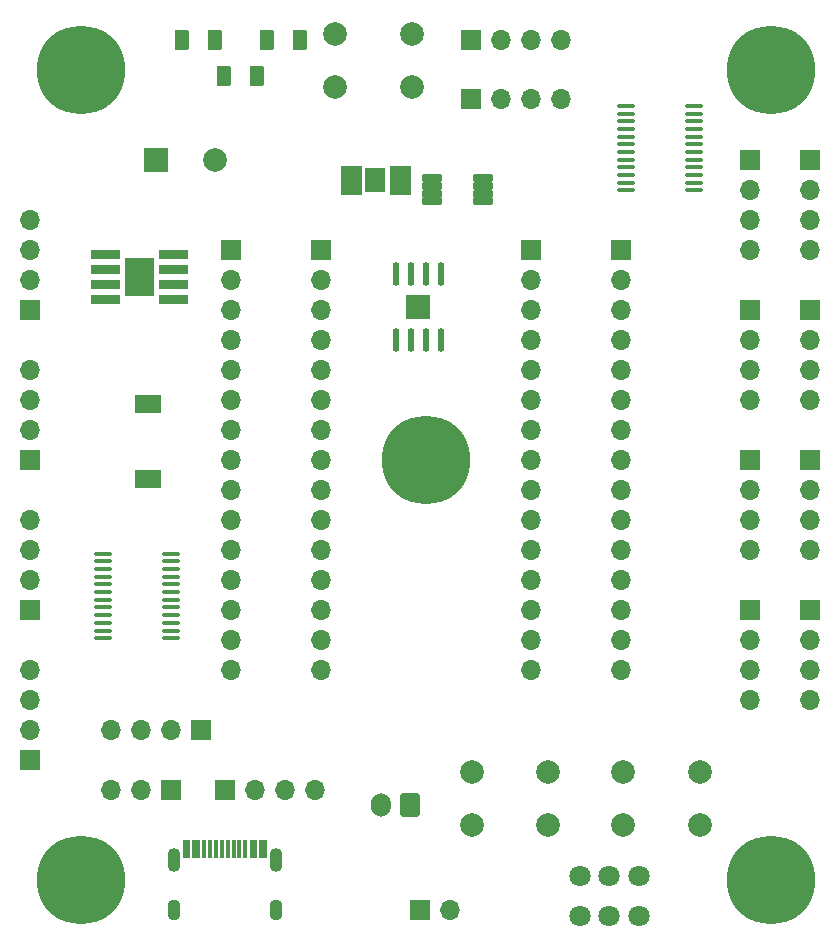
<source format=gbr>
%TF.GenerationSoftware,KiCad,Pcbnew,8.0.7*%
%TF.CreationDate,2025-01-26T02:59:20-05:00*%
%TF.ProjectId,shadow,73686164-6f77-42e6-9b69-6361645f7063,rev?*%
%TF.SameCoordinates,Original*%
%TF.FileFunction,Soldermask,Top*%
%TF.FilePolarity,Negative*%
%FSLAX46Y46*%
G04 Gerber Fmt 4.6, Leading zero omitted, Abs format (unit mm)*
G04 Created by KiCad (PCBNEW 8.0.7) date 2025-01-26 02:59:20*
%MOMM*%
%LPD*%
G01*
G04 APERTURE LIST*
G04 Aperture macros list*
%AMRoundRect*
0 Rectangle with rounded corners*
0 $1 Rounding radius*
0 $2 $3 $4 $5 $6 $7 $8 $9 X,Y pos of 4 corners*
0 Add a 4 corners polygon primitive as box body*
4,1,4,$2,$3,$4,$5,$6,$7,$8,$9,$2,$3,0*
0 Add four circle primitives for the rounded corners*
1,1,$1+$1,$2,$3*
1,1,$1+$1,$4,$5*
1,1,$1+$1,$6,$7*
1,1,$1+$1,$8,$9*
0 Add four rect primitives between the rounded corners*
20,1,$1+$1,$2,$3,$4,$5,0*
20,1,$1+$1,$4,$5,$6,$7,0*
20,1,$1+$1,$6,$7,$8,$9,0*
20,1,$1+$1,$8,$9,$2,$3,0*%
G04 Aperture macros list end*
%ADD10C,0.010000*%
%ADD11C,1.800000*%
%ADD12R,0.300000X1.500000*%
%ADD13O,1.100000X1.800000*%
%ADD14O,1.100000X2.000000*%
%ADD15RoundRect,0.250000X-0.375000X-0.625000X0.375000X-0.625000X0.375000X0.625000X-0.375000X0.625000X0*%
%ADD16R,1.700000X1.700000*%
%ADD17O,1.700000X1.700000*%
%ADD18RoundRect,0.250000X0.600000X0.750000X-0.600000X0.750000X-0.600000X-0.750000X0.600000X-0.750000X0*%
%ADD19O,1.700000X2.000000*%
%ADD20R,2.200000X1.500000*%
%ADD21O,0.574000X2.038000*%
%ADD22R,2.000000X2.000000*%
%ADD23C,2.000000*%
%ADD24RoundRect,0.100000X-0.637500X-0.100000X0.637500X-0.100000X0.637500X0.100000X-0.637500X0.100000X0*%
%ADD25C,7.500000*%
%ADD26RoundRect,0.102000X-0.785000X-0.940000X0.785000X-0.940000X0.785000X0.940000X-0.785000X0.940000X0*%
%ADD27RoundRect,0.085500X-0.751500X-0.256500X0.751500X-0.256500X0.751500X0.256500X-0.751500X0.256500X0*%
G04 APERTURE END LIST*
D10*
%TO.C,U3*%
X124030000Y-61846000D02*
X122330000Y-61846000D01*
X122330000Y-61446000D01*
X124030000Y-61446000D01*
X124030000Y-61846000D01*
G36*
X124030000Y-61846000D02*
G01*
X122330000Y-61846000D01*
X122330000Y-61446000D01*
X124030000Y-61446000D01*
X124030000Y-61846000D01*
G37*
X124030000Y-62346000D02*
X122330000Y-62346000D01*
X122330000Y-61946000D01*
X124030000Y-61946000D01*
X124030000Y-62346000D01*
G36*
X124030000Y-62346000D02*
G01*
X122330000Y-62346000D01*
X122330000Y-61946000D01*
X124030000Y-61946000D01*
X124030000Y-62346000D01*
G37*
X124030000Y-62846000D02*
X122330000Y-62846000D01*
X122330000Y-62446000D01*
X124030000Y-62446000D01*
X124030000Y-62846000D01*
G36*
X124030000Y-62846000D02*
G01*
X122330000Y-62846000D01*
X122330000Y-62446000D01*
X124030000Y-62446000D01*
X124030000Y-62846000D01*
G37*
X124030000Y-63346000D02*
X122330000Y-63346000D01*
X122330000Y-62946000D01*
X124030000Y-62946000D01*
X124030000Y-63346000D01*
G36*
X124030000Y-63346000D02*
G01*
X122330000Y-63346000D01*
X122330000Y-62946000D01*
X124030000Y-62946000D01*
X124030000Y-63346000D01*
G37*
X124030000Y-63846000D02*
X122330000Y-63846000D01*
X122330000Y-63446000D01*
X124030000Y-63446000D01*
X124030000Y-63846000D01*
G36*
X124030000Y-63846000D02*
G01*
X122330000Y-63846000D01*
X122330000Y-63446000D01*
X124030000Y-63446000D01*
X124030000Y-63846000D01*
G37*
X128230000Y-61846000D02*
X126530000Y-61846000D01*
X126530000Y-61446000D01*
X128230000Y-61446000D01*
X128230000Y-61846000D01*
G36*
X128230000Y-61846000D02*
G01*
X126530000Y-61846000D01*
X126530000Y-61446000D01*
X128230000Y-61446000D01*
X128230000Y-61846000D01*
G37*
X128230000Y-62346000D02*
X126530000Y-62346000D01*
X126530000Y-61946000D01*
X128230000Y-61946000D01*
X128230000Y-62346000D01*
G36*
X128230000Y-62346000D02*
G01*
X126530000Y-62346000D01*
X126530000Y-61946000D01*
X128230000Y-61946000D01*
X128230000Y-62346000D01*
G37*
X128230000Y-62846000D02*
X126530000Y-62846000D01*
X126530000Y-62446000D01*
X128230000Y-62446000D01*
X128230000Y-62846000D01*
G36*
X128230000Y-62846000D02*
G01*
X126530000Y-62846000D01*
X126530000Y-62446000D01*
X128230000Y-62446000D01*
X128230000Y-62846000D01*
G37*
X128230000Y-63346000D02*
X126530000Y-63346000D01*
X126530000Y-62946000D01*
X128230000Y-62946000D01*
X128230000Y-63346000D01*
G36*
X128230000Y-63346000D02*
G01*
X126530000Y-63346000D01*
X126530000Y-62946000D01*
X128230000Y-62946000D01*
X128230000Y-63346000D01*
G37*
X128230000Y-63846000D02*
X126530000Y-63846000D01*
X126530000Y-63446000D01*
X128230000Y-63446000D01*
X128230000Y-63846000D01*
G36*
X128230000Y-63846000D02*
G01*
X126530000Y-63846000D01*
X126530000Y-63446000D01*
X128230000Y-63446000D01*
X128230000Y-63846000D01*
G37*
%TO.C,U5*%
X103563000Y-69251000D02*
X101223000Y-69251000D01*
X101223000Y-68611000D01*
X103563000Y-68611000D01*
X103563000Y-69251000D01*
G36*
X103563000Y-69251000D02*
G01*
X101223000Y-69251000D01*
X101223000Y-68611000D01*
X103563000Y-68611000D01*
X103563000Y-69251000D01*
G37*
X103563000Y-70521000D02*
X101223000Y-70521000D01*
X101223000Y-69881000D01*
X103563000Y-69881000D01*
X103563000Y-70521000D01*
G36*
X103563000Y-70521000D02*
G01*
X101223000Y-70521000D01*
X101223000Y-69881000D01*
X103563000Y-69881000D01*
X103563000Y-70521000D01*
G37*
X103563000Y-71791000D02*
X101223000Y-71791000D01*
X101223000Y-71151000D01*
X103563000Y-71151000D01*
X103563000Y-71791000D01*
G36*
X103563000Y-71791000D02*
G01*
X101223000Y-71791000D01*
X101223000Y-71151000D01*
X103563000Y-71151000D01*
X103563000Y-71791000D01*
G37*
X103563000Y-73061000D02*
X101223000Y-73061000D01*
X101223000Y-72421000D01*
X103563000Y-72421000D01*
X103563000Y-73061000D01*
G36*
X103563000Y-73061000D02*
G01*
X101223000Y-73061000D01*
X101223000Y-72421000D01*
X103563000Y-72421000D01*
X103563000Y-73061000D01*
G37*
X106468000Y-72386000D02*
X104068000Y-72386000D01*
X104068000Y-69286000D01*
X106468000Y-69286000D01*
X106468000Y-72386000D01*
G36*
X106468000Y-72386000D02*
G01*
X104068000Y-72386000D01*
X104068000Y-69286000D01*
X106468000Y-69286000D01*
X106468000Y-72386000D01*
G37*
X109313000Y-69251000D02*
X106973000Y-69251000D01*
X106973000Y-68611000D01*
X109313000Y-68611000D01*
X109313000Y-69251000D01*
G36*
X109313000Y-69251000D02*
G01*
X106973000Y-69251000D01*
X106973000Y-68611000D01*
X109313000Y-68611000D01*
X109313000Y-69251000D01*
G37*
X109313000Y-70521000D02*
X106973000Y-70521000D01*
X106973000Y-69881000D01*
X109313000Y-69881000D01*
X109313000Y-70521000D01*
G36*
X109313000Y-70521000D02*
G01*
X106973000Y-70521000D01*
X106973000Y-69881000D01*
X109313000Y-69881000D01*
X109313000Y-70521000D01*
G37*
X109313000Y-71791000D02*
X106973000Y-71791000D01*
X106973000Y-71151000D01*
X109313000Y-71151000D01*
X109313000Y-71791000D01*
G36*
X109313000Y-71791000D02*
G01*
X106973000Y-71791000D01*
X106973000Y-71151000D01*
X109313000Y-71151000D01*
X109313000Y-71791000D01*
G37*
X109313000Y-73061000D02*
X106973000Y-73061000D01*
X106973000Y-72421000D01*
X109313000Y-72421000D01*
X109313000Y-73061000D01*
G36*
X109313000Y-73061000D02*
G01*
X106973000Y-73061000D01*
X106973000Y-72421000D01*
X109313000Y-72421000D01*
X109313000Y-73061000D01*
G37*
%TD*%
D11*
%TO.C,SW3*%
X147574000Y-124968000D03*
X145074000Y-124968000D03*
X142574000Y-124968000D03*
X147574000Y-121568000D03*
X145074000Y-121568000D03*
X142574000Y-121568000D03*
%TD*%
D12*
%TO.C,J1*%
X109420000Y-119313000D03*
X110220000Y-119313000D03*
X110770000Y-119312000D03*
X111770000Y-119313000D03*
X113270000Y-119313000D03*
X114270000Y-119313000D03*
X114820000Y-119312500D03*
X115620000Y-119313000D03*
X115920000Y-119313000D03*
X115120000Y-119312500D03*
X113769500Y-119312000D03*
X112770000Y-119313000D03*
X112270000Y-119313000D03*
X111270000Y-119313000D03*
X109920000Y-119313000D03*
X109120000Y-119313000D03*
D13*
X108200000Y-124460000D03*
X116840000Y-124460000D03*
D14*
X116840000Y-120280000D03*
X108200000Y-120280000D03*
%TD*%
D15*
%TO.C,PG1*%
X111677000Y-50800000D03*
X108877000Y-50800000D03*
%TD*%
D16*
%TO.C,I2C_PINOUT7*%
X162052000Y-99060000D03*
D17*
X162052000Y-101600000D03*
X162052000Y-104140000D03*
X162052000Y-106680000D03*
%TD*%
D16*
%TO.C,I2C_PINOUT9*%
X96037000Y-86360000D03*
D17*
X96037000Y-83820000D03*
X96037000Y-81280000D03*
X96037000Y-78740000D03*
%TD*%
D18*
%TO.C,BATT_JST1*%
X128230000Y-115570000D03*
D19*
X125730000Y-115570000D03*
%TD*%
D16*
%TO.C,I2C_PINOUT10*%
X96037000Y-99060000D03*
D17*
X96037000Y-96520000D03*
X96037000Y-93980000D03*
X96037000Y-91440000D03*
%TD*%
D16*
%TO.C,I2C_PINOUT8*%
X96037000Y-73660000D03*
D17*
X96037000Y-71120000D03*
X96037000Y-68580000D03*
X96037000Y-66040000D03*
%TD*%
D16*
%TO.C,I2C_PINOUT0*%
X156972000Y-60960000D03*
D17*
X156972000Y-63500000D03*
X156972000Y-66040000D03*
X156972000Y-68580000D03*
%TD*%
D16*
%TO.C,I2C_PINOUT12*%
X110490000Y-109220000D03*
D17*
X107950000Y-109220000D03*
X105410000Y-109220000D03*
X102870000Y-109220000D03*
%TD*%
D20*
%TO.C,L1*%
X106019600Y-88010600D03*
X106019600Y-81610600D03*
%TD*%
D16*
%TO.C,UART1*%
X107950000Y-114300000D03*
D17*
X105410000Y-114300000D03*
X102870000Y-114300000D03*
%TD*%
D16*
%TO.C,I2C_PINOUT2*%
X156972000Y-86360000D03*
D17*
X156972000Y-88900000D03*
X156972000Y-91440000D03*
X156972000Y-93980000D03*
%TD*%
D21*
%TO.C,IC2*%
X127000000Y-76200000D03*
X128270000Y-76200000D03*
X129540000Y-76200000D03*
X130810000Y-76200000D03*
X130810000Y-70662000D03*
X129540000Y-70662000D03*
X128270000Y-70662000D03*
X127000000Y-70662000D03*
D22*
X128905000Y-73431000D03*
%TD*%
D23*
%TO.C,SW2*%
X146277000Y-112812000D03*
X152777000Y-112812000D03*
X146277000Y-117312000D03*
X152777000Y-117312000D03*
%TD*%
D24*
%TO.C,U2*%
X146514500Y-56410000D03*
X146514500Y-57060000D03*
X146514500Y-57710000D03*
X146514500Y-58360000D03*
X146514500Y-59010000D03*
X146514500Y-59660000D03*
X146514500Y-60310000D03*
X146514500Y-60960000D03*
X146514500Y-61610000D03*
X146514500Y-62260000D03*
X146514500Y-62910000D03*
X146514500Y-63560000D03*
X152239500Y-63560000D03*
X152239500Y-62910000D03*
X152239500Y-62260000D03*
X152239500Y-61610000D03*
X152239500Y-60960000D03*
X152239500Y-60310000D03*
X152239500Y-59660000D03*
X152239500Y-59010000D03*
X152239500Y-58360000D03*
X152239500Y-57710000D03*
X152239500Y-57060000D03*
X152239500Y-56410000D03*
%TD*%
D16*
%TO.C,PICO_R1*%
X138430000Y-68580000D03*
D17*
X138430000Y-71120000D03*
X138430000Y-73660000D03*
X138430000Y-76200000D03*
X138430000Y-78740000D03*
X138430000Y-81280000D03*
X138430000Y-83820000D03*
X138430000Y-86360000D03*
X138430000Y-88900000D03*
X138430000Y-91440000D03*
X138430000Y-93980000D03*
X138430000Y-96520000D03*
X138430000Y-99060000D03*
X138430000Y-101600000D03*
X138430000Y-104140000D03*
%TD*%
D23*
%TO.C,RST_SW1*%
X121870000Y-50328000D03*
X128370000Y-50328000D03*
X121870000Y-54828000D03*
X128370000Y-54828000D03*
%TD*%
D25*
%TO.C,H4*%
X100330000Y-121920000D03*
%TD*%
D16*
%TO.C,OLED_CONN1*%
X112557000Y-114300000D03*
D17*
X115097000Y-114300000D03*
X117637000Y-114300000D03*
X120177000Y-114300000D03*
%TD*%
D25*
%TO.C,H5*%
X158750000Y-121920000D03*
%TD*%
D24*
%TO.C,U1*%
X102242700Y-94316600D03*
X102242700Y-94966600D03*
X102242700Y-95616600D03*
X102242700Y-96266600D03*
X102242700Y-96916600D03*
X102242700Y-97566600D03*
X102242700Y-98216600D03*
X102242700Y-98866600D03*
X102242700Y-99516600D03*
X102242700Y-100166600D03*
X102242700Y-100816600D03*
X102242700Y-101466600D03*
X107967700Y-101466600D03*
X107967700Y-100816600D03*
X107967700Y-100166600D03*
X107967700Y-99516600D03*
X107967700Y-98866600D03*
X107967700Y-98216600D03*
X107967700Y-97566600D03*
X107967700Y-96916600D03*
X107967700Y-96266600D03*
X107967700Y-95616600D03*
X107967700Y-94966600D03*
X107967700Y-94316600D03*
%TD*%
D16*
%TO.C,I2C_PINOUT5*%
X162052000Y-73660000D03*
D17*
X162052000Y-76200000D03*
X162052000Y-78740000D03*
X162052000Y-81280000D03*
%TD*%
D16*
%TO.C,I2C_PINOUT6*%
X162052000Y-86360000D03*
D17*
X162052000Y-88900000D03*
X162052000Y-91440000D03*
X162052000Y-93980000D03*
%TD*%
D26*
%TO.C,U3*%
X125280000Y-62646000D03*
%TD*%
D16*
%TO.C,MOTOR_CONN1*%
X129057000Y-124460000D03*
D17*
X131597000Y-124460000D03*
%TD*%
D23*
%TO.C,SW1*%
X133427000Y-112812000D03*
X139927000Y-112812000D03*
X133427000Y-117312000D03*
X139927000Y-117312000D03*
%TD*%
D25*
%TO.C,H1*%
X100330000Y-53340000D03*
%TD*%
D16*
%TO.C,US1*%
X133350000Y-55855000D03*
D17*
X135890000Y-55855000D03*
X138430000Y-55855000D03*
X140970000Y-55855000D03*
%TD*%
D16*
%TO.C,GPIO_L1*%
X113030000Y-68580000D03*
D17*
X113030000Y-71120000D03*
X113030000Y-73660000D03*
X113030000Y-76200000D03*
X113030000Y-78740000D03*
X113030000Y-81280000D03*
X113030000Y-83820000D03*
X113030000Y-86360000D03*
X113030000Y-88900000D03*
X113030000Y-91440000D03*
X113030000Y-93980000D03*
X113030000Y-96520000D03*
X113030000Y-99060000D03*
X113030000Y-101600000D03*
X113030000Y-104140000D03*
%TD*%
D16*
%TO.C,I2C_PINOUT4*%
X162052000Y-60960000D03*
D17*
X162052000Y-63500000D03*
X162052000Y-66040000D03*
X162052000Y-68580000D03*
%TD*%
D25*
%TO.C,H3*%
X129540000Y-86360000D03*
%TD*%
D15*
%TO.C,12V1*%
X115217000Y-53848000D03*
X112417000Y-53848000D03*
%TD*%
D16*
%TO.C,I2C_PINOUT1*%
X156997000Y-73660000D03*
D17*
X156997000Y-76200000D03*
X156997000Y-78740000D03*
X156997000Y-81280000D03*
%TD*%
D16*
%TO.C,PICO_L1*%
X120650000Y-68610000D03*
D17*
X120650000Y-71150000D03*
X120650000Y-73690000D03*
X120650000Y-76230000D03*
X120650000Y-78770000D03*
X120650000Y-81310000D03*
X120650000Y-83850000D03*
X120650000Y-86390000D03*
X120650000Y-88930000D03*
X120650000Y-91470000D03*
X120650000Y-94010000D03*
X120650000Y-96550000D03*
X120650000Y-99090000D03*
X120650000Y-101630000D03*
X120650000Y-104170000D03*
%TD*%
D25*
%TO.C,H2*%
X158750000Y-53340000D03*
%TD*%
D16*
%TO.C,I2C_PINOUT11*%
X96037000Y-111760000D03*
D17*
X96037000Y-109220000D03*
X96037000Y-106680000D03*
X96037000Y-104140000D03*
%TD*%
D27*
%TO.C,U4*%
X130082000Y-62525000D03*
X130082000Y-63175000D03*
X130082000Y-63825000D03*
X130082000Y-64475000D03*
X134382000Y-64475000D03*
X134382000Y-63825000D03*
X134382000Y-63175000D03*
X134382000Y-62525000D03*
%TD*%
D16*
%TO.C,GPIO_R1*%
X146050000Y-68580000D03*
D17*
X146050000Y-71120000D03*
X146050000Y-73660000D03*
X146050000Y-76200000D03*
X146050000Y-78740000D03*
X146050000Y-81280000D03*
X146050000Y-83820000D03*
X146050000Y-86360000D03*
X146050000Y-88900000D03*
X146050000Y-91440000D03*
X146050000Y-93980000D03*
X146050000Y-96520000D03*
X146050000Y-99060000D03*
X146050000Y-101600000D03*
X146050000Y-104140000D03*
%TD*%
D15*
%TO.C,CHG1*%
X118897000Y-50800000D03*
X116097000Y-50800000D03*
%TD*%
D16*
%TO.C,I2C_PINOUT3*%
X156972000Y-99060000D03*
D17*
X156972000Y-101600000D03*
X156972000Y-104140000D03*
X156972000Y-106680000D03*
%TD*%
D16*
%TO.C,ARR1*%
X133350000Y-50800000D03*
D17*
X135890000Y-50800000D03*
X138430000Y-50800000D03*
X140970000Y-50800000D03*
%TD*%
D22*
%TO.C,C13*%
X106683800Y-60985400D03*
D23*
X111683800Y-60985400D03*
%TD*%
M02*

</source>
